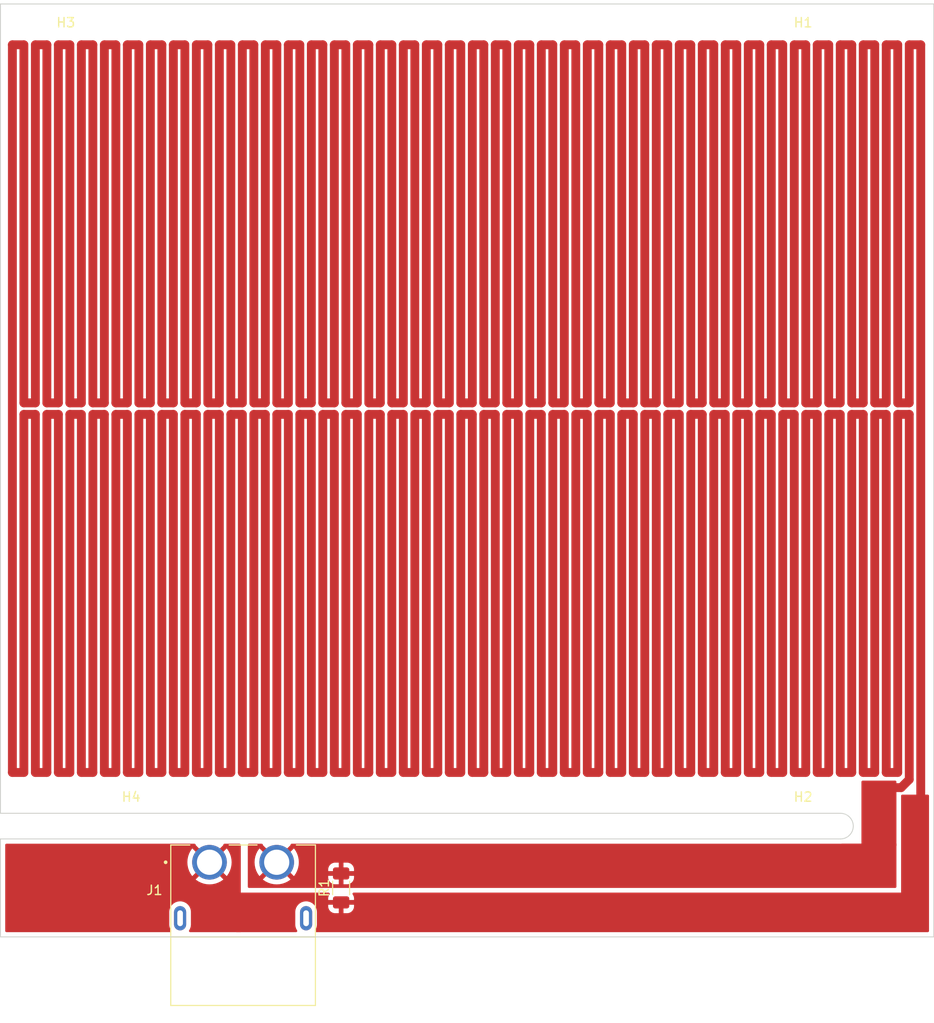
<source format=kicad_pcb>
(kicad_pcb (version 20211014) (generator pcbnew)
  (layers (0 "F.Cu" signal) (31 "B.Cu" signal) (34 "B.Paste" user) (35 "F.Paste" user) (36 "B.SilkS" user "B.Silkscreen") (37 "F.SilkS" user "F.Silkscreen") (38 "B.Mask" user) (39 "F.Mask" user) (44 "Edge.Cuts" user))
  (net 0 "")
  (net 1 "Net-(J1-Pad1)")
  (net 2 "Net-(J1-Pad2)")
  (footprint "connector_custom:AMASS_XT60PW-F" (layer "F.Cu") (at 194.9975 111)
    (fp_text reference "J1" (at -9.4975 3) (layer "F.SilkS"))
    (fp_text value "Conn_01x02_Male")
    (fp_line (start 7.75 -1.85) (end 7.75 15.35) (layer "F.SilkS") (width 0.127))
    (fp_line (start -7.747 8.001) (end 7.747 8.001) (layer "F.SilkS") (width 0.15))
    (fp_line (start 7.75 15.35) (end -7.75 15.35) (layer "F.SilkS") (width 0.127))
    (fp_line (start -7.75 -1.85) (end -5.71 -1.85) (layer "F.SilkS") (width 0.127))
    (fp_line (start -1.49 -1.85) (end 1.49 -1.85) (layer "F.SilkS") (width 0.127))
    (fp_line (start -7.75 15.35) (end -7.75 -1.85) (layer "F.SilkS") (width 0.127))
    (fp_line (start 5.71 -1.85) (end 7.75 -1.85) (layer "F.SilkS") (width 0.127))
    (fp_circle (center -8.3 0) (end -8.2 0) (layer "F.SilkS") (width 0.2) (fill none))
    (pad "1" thru_hole circle (at -3.6 0) (size 3.716 3.716) (drill 2.7) (layers *.Cu *.Mask) (net 1 "Net-(J1-Pad1)"))
    (pad "2" thru_hole circle (at 3.6 0) (size 3.716 3.716) (drill 2.7) (layers *.Cu *.Mask) (net 2 "Net-(J1-Pad2)"))
    (pad "S1" thru_hole oval (at -6.75 6) (size 1.3 2.6) (drill oval 0.6 1.7) (layers *.Cu *.Mask))
    (pad "S2" thru_hole oval (at 6.75 6) (size 1.3 2.6) (drill oval 0.6 1.7) (layers *.Cu *.Mask))
  )
  (footprint "MountingHole:MountingHole_2.2mm_M2_ISO14580" (layer "F.Cu") (at 179.5 20.75)
    (fp_text reference "H3" (at -3.5 0.25) (layer "F.SilkS"))
    (fp_text value "MountingHole")
    (pad "" np_thru_hole circle (at 0 0) (size 2.2 2.2) (drill 2.2) (layers *.Cu *.Mask))
  )
  (footprint "Resistor_SMD:R_1206_3216Metric_Pad1.30x1.75mm_HandSolder" (layer "F.Cu") (at 205.5 113.75 90)
    (fp_text reference "R1" (at 0 -1.82 90) (layer "F.SilkS"))
    (fp_text value "R")
    (fp_line (start -0.727064 0.91) (end 0.727064 0.91) (layer "F.SilkS") (width 0.12))
    (fp_line (start -0.727064 -0.91) (end 0.727064 -0.91) (layer "F.SilkS") (width 0.12))
    (pad "1" smd roundrect (at -1.55 0 90) (size 1.3 1.75) (layers "F.Cu" "F.Paste" "F.Mask") (roundrect_rratio 0.1923076923) (net 1 "Net-(J1-Pad1)"))
    (pad "2" smd roundrect (at 1.55 0 90) (size 1.3 1.75) (layers "F.Cu" "F.Paste" "F.Mask") (roundrect_rratio 0.1923076923) (net 2 "Net-(J1-Pad2)"))
  )
  (footprint "MountingHole:MountingHole_2.2mm_M2_ISO14580" (layer "F.Cu") (at 258.5 20.75)
    (fp_text reference "H1" (at -3.5 0.25) (layer "F.SilkS"))
    (fp_text value "MountingHole")
    (pad "" np_thru_hole circle (at 0 0) (size 2.2 2.2) (drill 2.2) (layers F&B.Cu *.Mask))
  )
  (footprint "MountingHole:MountingHole_2.2mm_M2_ISO14580" (layer "F.Cu") (at 258.5 104)
    (fp_text reference "H2" (at -3.5 0) (layer "F.SilkS"))
    (fp_text value "MountingHole")
    (pad "" np_thru_hole circle (at 0 0) (size 2.2 2.2) (drill 2.2) (layers F&B.Cu *.Mask))
  )
  (footprint "MountingHole:MountingHole_2.2mm_M2_ISO14580" (layer "F.Cu") (at 179.5 104)
    (fp_text reference "H4" (at 3.5 0) (layer "F.SilkS"))
    (fp_text value "MountingHole")
    (pad "" np_thru_hole circle (at 0 0) (size 2.2 2.2) (drill 2.2) (layers *.Cu *.Mask))
  )
  (gr_line (start 169 105.75) (end 259 105.75) (layer "Edge.Cuts") (width 0.1))
  (gr_line (start 169 119) (end 269 119) (layer "Edge.Cuts") (width 0.1))
  (gr_arc (start 259 105.75) (mid 260.375 107.125) (end 259 108.5) (layer "Edge.Cuts") (width 0.1))
  (gr_line (start 169 19) (end 169 105.75) (layer "Edge.Cuts") (width 0.1))
  (gr_line (start 269 19) (end 169 19) (layer "Edge.Cuts") (width 0.1))
  (gr_line (start 269 119) (end 269 19) (layer "Edge.Cuts") (width 0.1))
  (gr_line (start 259 108.5) (end 169 108.5) (layer "Edge.Cuts") (width 0.1))
  (gr_line (start 169 108.5) (end 169 119) (layer "Edge.Cuts") (width 0.1))
  (segment (start 218.325 61.759) (end 218.325 23.375) (width 0.949) (layer "F.Cu") (net 1))
  (segment (start 231.877 23.375) (end 231.877 61.759) (width 0.949) (layer "F.Cu") (net 1))
  (segment (start 225.717 101.375) (end 225.717 62.991) (width 0.949) (layer "F.Cu") (net 1))
  (segment (start 181.365001 62.991) (end 182.597 62.991) (width 0.949) (layer "F.Cu") (net 1))
  (segment (start 219.557 23.375) (end 219.557 61.759) (width 0.949) (layer "F.Cu") (net 1))
  (segment (start 198.613 101.375) (end 198.613 62.991) (width 0.949) (layer "F.Cu") (net 1))
  (segment (start 261.445 61.759) (end 260.213 61.759) (width 0.949) (layer "F.Cu") (net 1))
  (segment (start 223.253 101.375) (end 223.253 62.991) (width 0.949) (layer "F.Cu") (net 1))
  (segment (start 236.805 61.759) (end 235.573 61.759) (width 0.949) (layer "F.Cu") (net 1))
  (segment (start 180.133001 23.375) (end 180.133001 61.759) (width 0.949) (layer "F.Cu") (net 1))
  (segment (start 240.501 101.375) (end 240.501 62.991) (width 0.949) (layer "F.Cu") (net 1))
  (segment (start 194.917001 23.375) (end 194.917001 61.759) (width 0.949) (layer "F.Cu") (net 1))
  (segment (start 209.701 101.375) (end 210.933 101.375) (width 0.949) (layer "F.Cu") (net 1))
  (segment (start 234.341 101.375) (end 235.573 101.375) (width 0.949) (layer "F.Cu") (net 1))
  (segment (start 244.197 101.375) (end 245.429 101.375) (width 0.949) (layer "F.Cu") (net 1))
  (segment (start 220.789 61.759) (end 220.789 23.375) (width 0.949) (layer "F.Cu") (net 1))
  (segment (start 233.109 101.375) (end 233.109 62.991) (width 0.949) (layer "F.Cu") (net 1))
  (segment (start 234.341 62.991) (end 234.341 101.375) (width 0.949) (layer "F.Cu") (net 1))
  (segment (start 229.413 61.759) (end 228.181 61.759) (width 0.949) (layer "F.Cu") (net 1))
  (segment (start 172.741001 101.375) (end 173.973 101.375) (width 0.949) (layer "F.Cu") (net 1))
  (segment (start 177.669001 61.759) (end 176.437001 61.759) (width 0.949) (layer "F.Cu") (net 1))
  (segment (start 263.909 62.991) (end 263.909 101.375) (width 0.949) (layer "F.Cu") (net 1))
  (segment (start 193.685 62.991) (end 194.917 62.991) (width 0.949) (layer "F.Cu") (net 1))
  (segment (start 233.109 61.759) (end 233.109 23.375) (width 0.949) (layer "F.Cu") (net 1))
  (segment (start 192.453001 23.375) (end 192.453001 61.759) (width 0.949) (layer "F.Cu") (net 1))
  (segment (start 202.309 101.375) (end 203.541 101.375) (width 0.949) (layer "F.Cu") (net 1))
  (segment (start 235.573 23.375) (end 234.341 23.375) (width 0.949) (layer "F.Cu") (net 1))
  (segment (start 209.701 61.759) (end 208.469 61.759) (width 0.949) (layer "F.Cu") (net 1))
  (segment (start 209.701 23.375) (end 209.701 61.759) (width 0.949) (layer "F.Cu") (net 1))
  (segment (start 177.669001 101.375) (end 178.901001 101.375) (width 0.949) (layer "F.Cu") (net 1))
  (segment (start 197.381 62.991) (end 197.381 101.375) (width 0.949) (layer "F.Cu") (net 1))
  (segment (start 250.357 101.375) (end 250.357 62.991) (width 0.949) (layer "F.Cu") (net 1))
  (segment (start 173.973001 61.759) (end 173.973001 23.375) (width 0.949) (layer "F.Cu") (net 1))
  (segment (start 255.285 101.375) (end 255.285 62.991) (width 0.949) (layer "F.Cu") (net 1))
  (segment (start 178.901001 61.759) (end 178.901001 23.375) (width 0.949) (layer "F.Cu") (net 1))
  (segment (start 194.917 101.375) (end 196.149 101.375) (width 0.949) (layer "F.Cu") (net 1))
  (segment (start 219.557 101.375) (end 220.789 101.375) (width 0.949) (layer "F.Cu") (net 1))
  (segment (start 239.269 23.375) (end 239.269 61.759) (width 0.949) (layer "F.Cu") (net 1))
  (segment (start 251.589 62.991) (end 251.589 101.375) (width 0.949) (layer "F.Cu") (net 1))
  (segment (start 249.125 62.991) (end 249.125 101.375) (width 0.949) (layer "F.Cu") (net 1))
  (segment (start 223.253 62.991) (end 224.485 62.991) (width 0.949) (layer "F.Cu") (net 1))
  (segment (start 236.805 23.375) (end 236.805 61.759) (width 0.949) (layer "F.Cu") (net 1))
  (segment (start 193.685001 23.375) (end 192.453001 23.375) (width 0.949) (layer "F.Cu") (net 1))
  (segment (start 218.325 62.991) (end 219.557 62.991) (width 0.949) (layer "F.Cu") (net 1))
  (segment (start 192.453 62.991) (end 192.453 101.375) (width 0.949) (layer "F.Cu") (net 1))
  (segment (start 219.557 62.991) (end 219.557 101.375) (width 0.949) (layer "F.Cu") (net 1))
  (segment (start 187.525001 23.375) (end 187.525001 61.759) (width 0.949) (layer "F.Cu") (net 1))
  (segment (start 182.597 101.375) (end 183.829 101.375) (width 0.949) (layer "F.Cu") (net 1))
  (segment (start 236.805 62.991) (end 236.805 101.375) (width 0.949) (layer "F.Cu") (net 1))
  (segment (start 207.237 62.991) (end 207.237 101.375) (width 0.949) (layer "F.Cu") (net 1))
  (segment (start 203.541 61.759) (end 203.541 23.375) (width 0.949) (layer "F.Cu") (net 1))
  (segment (start 265.141 62.991) (end 266.373 62.991) (width 0.949) (layer "F.Cu") (net 1))
  (segment (start 187.525 62.991) (end 187.525 101.375) (width 0.949) (layer "F.Cu") (net 1))
  (segment (start 257.749 23.375) (end 256.517 23.375) (width 0.949) (layer "F.Cu") (net 1))
  (segment (start 212.165 61.759) (end 210.933 61.759) (width 0.949) (layer "F.Cu") (net 1))
  (segment (start 201.077 61.759) (end 201.077 23.375) (width 0.949) (layer "F.Cu") (net 1))
  (segment (start 199.845 101.375) (end 201.077 101.375) (width 0.949) (layer "F.Cu") (net 1))
  (segment (start 189.989 101.375) (end 191.221 101.375) (width 0.949) (layer "F.Cu") (net 1))
  (segment (start 180.133001 61.759) (end 178.901001 61.759) (width 0.949) (layer "F.Cu") (net 1))
  (segment (start 208.469 62.991) (end 209.701 62.991) (width 0.949) (layer "F.Cu") (net 1))
  (segment (start 212.165 62.991) (end 212.165 101.375) (width 0.949) (layer "F.Cu") (net 1))
  (segment (start 176.437001 23.375) (end 175.205001 23.375) (width 0.949) (layer "F.Cu") (net 1))
  (segment (start 263.909 101.375) (end 265.141 101.375) (width 0.949) (layer "F.Cu") (net 1))
  (segment (start 228.181 62.991) (end 229.413 62.991) (width 0.949) (layer "F.Cu") (net 1))
  (segment (start 191.221 62.991) (end 192.453 62.991) (width 0.949) (layer "F.Cu") (net 1))
  (segment (start 188.757 62.991) (end 189.989 62.991) (width 0.949) (layer "F.Cu") (net 1))
  (segment (start 187.525001 61.759) (end 186.293001 61.759) (width 0.949) (layer "F.Cu") (net 1))
  (segment (start 265.141 61.759) (end 265.141 23.375) (width 0.949) (layer "F.Cu") (net 1))
  (segment (start 176.437001 62.991) (end 177.669001 62.991) (width 0.949) (layer "F.Cu") (net 1))
  (segment (start 238.037 23.375) (end 236.805 23.375) (width 0.949) (layer "F.Cu") (net 1))
  (segment (start 246.661 23.375) (end 246.661 61.759) (width 0.949) (layer "F.Cu") (net 1))
  (segment (start 247.893 101.375) (end 247.893 62.991) (width 0.949) (layer "F.Cu") (net 1))
  (segment (start 172.741001 61.759) (end 171.509001 61.759) (width 0.949) (layer "F.Cu") (net 1))
  (segment (start 189.989001 61.759) (end 188.757001 61.759) (width 0.949) (layer "F.Cu") (net 1))
  (segment (start 258.981 101.375) (end 260.213 101.375) (width 0.949) (layer "F.Cu") (net 1))
  (segment (start 249.125 61.759) (end 247.893 61.759) (width 0.949) (layer "F.Cu") (net 1))
  (segment (start 224.485 62.991) (end 224.485 101.375) (width 0.949) (layer "F.Cu") (net 1))
  (segment (start 203.541 62.991) (end 204.773 62.991) (width 0.949) (layer "F.Cu") (net 1))
  (segment (start 260.213 61.759) (end 260.213 23.375) (width 0.949) (layer "F.Cu") (net 1))
  (segment (start 170.277001 23.375) (end 170.277001 101.375) (width 0.949) (layer "F.Cu") (net 1))
  (segment (start 215.861 101.375) (end 215.861 62.991) (width 0.949) (layer "F.Cu") (net 1))
  (segment (start 235.573 101.375) (end 235.573 62.991) (width 0.949) (layer "F.Cu") (net 1))
  (segment (start 256.517 62.991) (end 256.517 101.375) (width 0.949) (layer "F.Cu") (net 1))
  (segment (start 173.973001 23.375) (end 172.741001 23.375) (width 0.949) (layer "F.Cu") (net 1))
  (segment (start 176.437001 61.759) (end 176.437001 23.375) (width 0.949) (layer "F.Cu") (net 1))
  (segment (start 217.093 62.991) (end 217.093 101.375) (width 0.949) (layer "F.Cu") (net 1))
  (segment (start 245.429 61.759) (end 245.429 23.375) (width 0.949) (layer "F.Cu") (net 1))
  (segment (start 222.021 62.991) (end 222.021 101.375) (width 0.949) (layer "F.Cu") (net 1))
  (segment (start 223.253 23.375) (end 222.021 23.375) (width 0.949) (layer "F.Cu") (net 1))
  (segment (start 230.645 101.375) (end 230.645 62.991) (width 0.949) (layer "F.Cu") (net 1))
  (segment (start 251.589 23.375) (end 251.589 61.759) (width 0.949) (layer "F.Cu") (net 1))
  (segment (start 181.365001 61.759) (end 181.365001 23.375) (width 0.949) (layer "F.Cu") (net 1))
  (segment (start 188.757001 23.375) (end 187.525001 23.375) (width 0.949) (layer "F.Cu") (net 1))
  (segment (start 207.237 101.375) (end 208.469 101.375) (width 0.949) (layer "F.Cu") (net 1))
  (segment (start 226.949 101.375) (end 228.181 101.375) (width 0.949) (layer "F.Cu") (net 1))
  (segment (start 228.181 61.759) (end 228.181 23.375) (width 0.949) (layer "F.Cu") (net 1))
  (segment (start 256.517 101.375) (end 257.749 101.375) (width 0.949) (layer "F.Cu") (net 1))
  (segment (start 235.573 61.759) (end 235.573 23.375) (width 0.949) (layer "F.Cu") (net 1))
  (segment (start 171.509001 62.991) (end 172.741001 62.991) (width 0.949) (layer "F.Cu") (net 1))
  (segment (start 252.821 101.375) (end 252.821 62.991) (width 0.949) (layer "F.Cu") (net 1))
  (segment (start 206.005 62.991) (end 207.237 62.991) (width 0.949) (layer "F.Cu") (net 1))
  (segment (start 249.125 101.375) (end 250.357 101.375) (width 0.949) (layer "F.Cu") (net 1))
  (segment (start 215.861 62.991) (end 217.093 62.991) (width 0.949) (layer "F.Cu") (net 1))
  (segment (start 177.669001 62.991) (end 177.669001 101.375) (width 0.949) (layer "F.Cu") (net 1))
  (segment (start 214.629 101.375) (end 215.861 101.375) (width 0.949) (layer "F.Cu") (net 1))
  (segment (start 204.773 101.375) (end 206.005 101.375) (width 0.949) (layer "F.Cu") (net 1))
  (segment (start 191.221 101.375) (end 191.221 62.991) (width 0.949) (layer "F.Cu") (net 1))
  (segment (start 236.805 101.375) (end 238.037 101.375) (width 0.949) (layer "F.Cu") (net 1))
  (segment (start 252.821 23.375) (end 251.589 23.375) (width 0.949) (layer "F.Cu") (net 1))
  (segment (start 214.629 23.375) (end 214.629 61.759) (width 0.949) (layer "F.Cu") (net 1))
  (segment (start 172.741001 62.991) (end 172.741001 101.375) (width 0.949) (layer "F.Cu") (net 1))
  (segment (start 255.285 61.759) (end 255.285 23.375) (width 0.949) (layer "F.Cu") (net 1))
  (segment (start 240.501 61.759) (end 240.501 23.375) (width 0.949) (layer "F.Cu") (net 1))
  (segment (start 265.141 23.375) (end 263.909 23.375) (width 0.949) (layer "F.Cu") (net 1))
  (segment (start 214.629 62.991) (end 214.629 101.375) (width 0.949) (layer "F.Cu") (net 1))
  (segment (start 233.109 62.991) (end 234.341 62.991) (width 0.949) (layer "F.Cu") (net 1))
  (segment (start 220.789 23.375) (end 219.557 23.375) (width 0.949) (layer "F.Cu") (net 1))
  (segment (start 257.749 61.759) (end 257.749 23.375) (width 0.949) (layer "F.Cu") (net 1))
  (segment (start 242.965 101.375) (end 242.965 62.991) (width 0.949) (layer "F.Cu") (net 1))
  (segment (start 245.429 23.375) (end 244.197 23.375) (width 0.949) (layer "F.Cu") (net 1))
  (segment (start 206.005 23.375) (end 204.773 23.375) (width 0.949) (layer "F.Cu") (net 1))
  (segment (start 240.501 62.991) (end 241.733 62.991) (width 0.949) (layer "F.Cu") (net 1))
  (segment (start 241.733 101.375) (end 242.965 101.375) (width 0.949) (layer "F.Cu") (net 1))
  (segment (start 194.917 62.991) (end 194.917 101.375) (width 0.949) (layer "F.Cu") (net 1))
  (segment (start 196.149 101.375) (end 196.149 62.991) (width 0.949) (layer "F.Cu") (net 1))
  (segment (start 187.525 101.375) (end 188.757 101.375) (width 0.949) (layer "F.Cu") (net 1))
  (segment (start 182.597001 61.759) (end 181.365001 61.759) (width 0.949) (layer "F.Cu") (net 1))
  (segment (start 202.309 23.375) (end 202.309 61.759) (width 0.949) (layer "F.Cu") (net 1))
  (segment (start 228.181 101.375) (end 228.181 62.991) (width 0.949) (layer "F.Cu") (net 1))
  (segment (start 258.981 61.759) (end 257.749 61.759) (width 0.949) (layer "F.Cu") (net 1))
  (segment (start 225.717 62.991) (end 226.949 62.991) (width 0.949) (layer "F.Cu") (net 1))
  (segment (start 245.429 62.991) (end 246.661 62.991) (width 0.949) (layer "F.Cu") (net 1))
  (segment (start 188.757 101.375) (end 188.757 62.991) (width 0.949) (layer "F.Cu") (net 1))
  (segment (start 239.269 61.759) (end 238.037 61.759) (width 0.949) (layer "F.Cu") (net 1))
  (segment (start 257.749 62.991) (end 258.981 62.991) (width 0.949) (layer "F.Cu") (net 1))
  (segment (start 263.909 61.759) (end 262.677 61.759) (width 0.949) (layer "F.Cu") (net 1))
  (segment (start 262.677 23.375) (end 261.445 23.375) (width 0.949) (layer "F.Cu") (net 1))
  (segment (start 229.413 62.991) (end 229.413 101.375) (width 0.949) (layer "F.Cu") (net 1))
  (segment (start 210.933 101.375) (end 210.933 62.991) (width 0.949) (layer "F.Cu") (net 1))
  (segment (start 208.469 61.759) (end 208.469 23.375) (width 0.949) (layer "F.Cu") (net 1))
  (segment (start 186.293001 61.759) (end 186.293001 23.375) (width 0.949) (layer "F.Cu") (net 1))
  (segment (start 239.269 101.375) (end 240.501 101.375) (width 0.949) (layer "F.Cu") (net 1))
  (segment (start 199.845 62.991) (end 199.845 101.375) (width 0.949) (layer "F.Cu") (net 1))
  (segment (start 177.669001 23.375) (end 177.669001 61.759) (width 0.949) (layer "F.Cu") (net 1))
  (segment (start 250.357 62.991) (end 251.589 62.991) (width 0.949) (layer "F.Cu") (net 1))
  (segment (start 217.093 101.375) (end 218.325 101.375) (width 0.949) (layer "F.Cu") (net 1))
  (segment (start 207.237 61.759) (end 206.005 61.759) (width 0.949) (layer "F.Cu") (net 1))
  (segment (start 189.989 62.991) (end 189.989 101.375) (width 0.949) (layer "F.Cu") (net 1))
  (segment (start 202.309 62.991) (end 202.309 101.375) (width 0.949) (layer "F.Cu") (net 1))
  (segment (start 230.645 62.991) (end 231.877 62.991) (width 0.949) (layer "F.Cu") (net 1))
  (segment (start 256.517 61.759) (end 255.285 61.759) (width 0.949) (layer "F.Cu") (net 1))
  (segment (start 223.253 61.759) (end 223.253 23.375) (width 0.949) (layer "F.Cu") (net 1))
  (segment (start 218.325 23.375) (end 217.093 23.375) (width 0.949) (layer "F.Cu") (net 1))
  (segment (start 241.733 62.991) (end 241.733 101.375) (width 0.949) (layer "F.Cu") (net 1))
  (segment (start 172.741001 23.375) (end 172.741001 61.759) (width 0.949) (layer "F.Cu") (net 1))
  (segment (start 230.645 61.759) (end 230.645 23.375) (width 0.949) (layer "F.Cu") (net 1))
  (segment (start 261.445 101.375) (end 262.677 101.375) (width 0.949) (layer "F.Cu") (net 1))
  (segment (start 266.373 61.759) (end 265.141 61.759) (width 0.949) (layer "F.Cu") (net 1))
  (segment (start 233.109 23.375) (end 231.877 23.375) (width 0.949) (layer "F.Cu") (net 1))
  (segment (start 219.557 61.759) (end 218.325 61.759) (width 0.949) (layer "F.Cu") (net 1))
  (segment (start 203.541 101.375) (end 203.541 62.991) (width 0.949) (layer "F.Cu") (net 1))
  (segment (start 203.541 23.375) (end 202.309 23.375) (width 0.949) (layer "F.Cu") (net 1))
  (segment (start 183.829001 61.759) (end 183.829001 23.375) (width 0.949) (layer "F.Cu") (net 1))
  (segment (start 208.469 23.375) (end 207.237 23.375) (width 0.949) (layer "F.Cu") (net 1))
  (segment (start 229.413 23.375) (end 229.413 61.759) (width 0.949) (layer "F.Cu") (net 1))
  (segment (start 214.629 61.759) (end 213.397 61.759) (width 0.949) (layer "F.Cu") (net 1))
  (segment (start 260.213 101.375) (end 260.213 62.991) (width 0.949) (layer "F.Cu") (net 1))
  (segment (start 186.293 101.375) (end 186.293 62.991) (width 0.949) (layer "F.Cu") (net 1))
  (segment (start 258.981 62.991) (end 258.981 101.375) (width 0.949) (layer "F.Cu") (net 1))
  (segment (start 220.789 101.375) (end 220.789 62.991) (width 0.949) (layer "F.Cu") (net 1))
  (segment (start 254.053 61.759) (end 252.821 61.759) (width 0.949) (layer "F.Cu") (net 1))
  (segment (start 204.773 62.991) (end 204.773 101.375) (width 0.949) (layer "F.Cu") (net 1))
  (segment (start 171.509001 101.375) (end 171.509001 62.991) (width 0.949) (layer "F.Cu") (net 1))
  (segment (start 173.973 62.991) (end 175.205001 62.991) (width 0.949) (layer "F.Cu") (net 1))
  (segment (start 267.605 104.395) (end 267.605 23.375) (width 0.949) (layer "F.Cu") (net 1))
  (segment (start 244.197 62.991) (end 244.197 101.375) (width 0.949) (layer "F.Cu") (net 1))
  (segment (start 192.453 101.375) (end 193.685 101.375) (width 0.949) (layer "F.Cu") (net 1))
  (segment (start 240.501 23.375) (end 239.269 23.375) (width 0.949) (layer "F.Cu") (net 1))
  (segment (start 201.077 101.375) (end 201.077 62.991) (width 0.949) (layer "F.Cu") (net 1))
  (segment (start 246.661 61.759) (end 245.429 61.759) (width 0.949) (layer "F.Cu") (net 1))
  (segment (start 182.597 62.991) (end 182.597 101.375) (width 0.949) (layer "F.Cu") (net 1))
  (segment (start 262.677 61.759) (end 262.677 23.375) (width 0.949) (layer "F.Cu") (net 1))
  (segment (start 185.061 101.375) (end 186.293 101.375) (width 0.949) (layer "F.Cu") (net 1))
  (segment (start 222.021 23.375) (end 222.021 61.759) (width 0.949) (layer "F.Cu") (net 1))
  (segment (start 267.605 23.375) (end 266.373 23.375) (width 0.949) (layer "F.Cu") (net 1))
  (segment (start 229.413 101.375) (end 230.645 101.375) (width 0.949) (layer "F.Cu") (net 1))
  (segment (start 217.093 23.375) (end 217.093 61.759) (width 0.949) (layer "F.Cu") (net 1))
  (segment (start 175.205001 101.375) (end 176.437001 101.375) (width 0.949) (layer "F.Cu") (net 1))
  (segment (start 202.309 61.759) (end 201.077 61.759) (width 0.949) (layer "F.Cu") (net 1))
  (segment (start 173.973 101.375) (end 173.973 62.991) (width 0.949) (layer "F.Cu") (net 1))
  (segment (start 262.677 62.991) (end 263.909 62.991) (width 0.949) (layer "F.Cu") (net 1))
  (segment (start 251.589 101.375) (end 252.821 101.375) (width 0.949) (layer "F.Cu") (net 1))
  (segment (start 234.341 23.375) (end 234.341 61.759) (width 0.949) (layer "F.Cu") (net 1))
  (segment (start 181.365001 23.375) (end 180.133001 23.375) (width 0.949) (layer "F.Cu") (net 1))
  (segment (start 238.037 101.375) (end 238.037 62.991) (width 0.949) (layer "F.Cu") (net 1))
  (segment (start 183.829 62.991) (end 185.061 62.991) (width 0.949) (layer "F.Cu") (net 1))
  (segment (start 260.213 23.375) (end 258.981 23.375) (width 0.949) (layer "F.Cu") (net 1))
  (segment (start 180.133001 101.375) (end 181.365001 101.375) (width 0.949) (layer "F.Cu") (net 1))
  (segment (start 242.965 61.759) (end 242.965 23.375) (width 0.949) (layer "F.Cu") (net 1))
  (segment (start 198.613 62.991) (end 199.845 62.991) (width 0.949) (layer "F.Cu") (net 1))
  (segment (start 255.285 62.991) (end 256.517 62.991) (width 0.949) (layer "F.Cu") (net 1))
  (segment (start 171.509001 61.759) (end 171.509001 23.375) (width 0.949) (layer "F.Cu") (net 1))
  (segment (start 224.485 23.375) (end 224.485 61.759) (width 0.949) (layer "F.Cu") (net 1))
  (segment (start 210.933 23.375) (end 209.701 23.375) (width 0.949) (layer "F.Cu") (net 1))
  (segment (start 175.205001 23.375) (end 175.205001 61.759) (width 0.949) (layer "F.Cu") (net 1))
  (segment (start 266.373 102.127) (end 265.5 103) (width 0.949) (layer "F.Cu") (net 1))
  (segment (start 212.165 101.375) (end 213.397 101.375) (width 0.949) (layer "F.Cu") (net 1))
  (segment (start 198.613001 61.759) (end 198.613001 23.375) (width 0.949) (layer "F.Cu") (net 1))
  (segment (start 258.981 23.375) (end 258.981 61.759) (width 0.949) (layer "F.Cu") (net 1))
  (segment (start 245.429 101.375) (end 245.429 62.991) (width 0.949) (layer "F.Cu") (net 1))
  (segment (start 247.893 62.991) (end 249.125 62.991) (width 0.949) (layer "F.Cu") (net 1))
  (segment (start 199.845 23.375) (end 199.845 61.759) (width 0.949) (layer "F.Cu") (net 1))
  (segment (start 201.077 62.991) (end 202.309 62.991) (width 0.949) (layer "F.Cu") (net 1))
  (segment (start 180.133001 62.991) (end 180.133001 101.375) (width 0.949) (layer "F.Cu") (net 1))
  (segment (start 262.677 101.375) (end 262.677 62.991) (width 0.949) (layer "F.Cu") (net 1))
  (segment (start 175.205001 61.759) (end 173.973001 61.759) (width 0.949) (layer "F.Cu") (net 1))
  (segment (start 213.397 101.375) (end 213.397 62.991) (width 0.949) (layer "F.Cu") (net 1))
  (segment (start 231.877 101.375) (end 233.109 101.375) (width 0.949) (layer "F.Cu") (net 1))
  (segment (start 246.661 62.991) (end 246.661 101.375) (width 0.949) (layer "F.Cu") (net 1))
  (segment (start 207.237 23.375) (end 207.237 61.759) (width 0.949) (layer "F.Cu") (net 1))
  (segment (start 257.749 101.375) (end 257.749 62.991) (width 0.949) (layer "F.Cu") (net 1))
  (segment (start 247.893 23.375) (end 246.661 23.375) (width 0.949) (layer "F.Cu") (net 1))
  (segment (start 196.149 62.991) (end 197.381 62.991) (width 0.949) (layer "F.Cu") (net 1))
  (segment (start 244.197 23.375) (end 244.197 61.759) (width 0.949) (layer "F.Cu") (net 1))
  (segment (start 222.021 61.759) (end 220.789 61.759) (width 0.949) (layer "F.Cu") (net 1))
  (segment (start 197.381 101.375) (end 198.613 101.375) (width 0.949) (layer "F.Cu") (net 1))
  (segment (start 185.061001 61.759) (end 183.829001 61.759) (width 0.949) (layer "F.Cu") (net 1))
  (segment (start 226.949 62.991) (end 226.949 101.375) (width 0.949) (layer "F.Cu") (net 1))
  (segment (start 189.989001 23.375) (end 189.989001 61.759) (width 0.949) (layer "F.Cu") (net 1))
  (segment (start 192.453001 61.759) (end 191.221001 61.759) (width 0.949) (layer "F.Cu") (net 1))
  (segment (start 197.381001 23.375) (end 197.381001 61.759) (width 0.949) (layer "F.Cu") (net 1))
  (segment (start 199.845 61.759) (end 198.613001 61.759) (width 0.949) (layer "F.Cu") (net 1))
  (segment (start 254.053 23.375) (end 254.053 61.759) (width 0.949) (layer "F.Cu") (net 1))
  (segment (start 260.213 62.991) (end 261.445 62.991) (width 0.949) (layer "F.Cu") (net 1))
  (segment (start 226.949 61.759) (end 225.717 61.759) (width 0.949) (layer "F.Cu") (net 1))
  (segment (start 242.965 62.991) (end 244.197 62.991) (width 0.949) (layer "F.Cu") (net 1))
  (segment (start 247.893 61.759) (end 247.893 23.375) (width 0.949) (layer "F.Cu") (net 1))
  (segment (start 178.901001 23.375) (end 177.669001 23.375) (width 0.949) (layer "F.Cu") (net 1))
  (segment (start 213.397 23.375) (end 212.165 23.375) (width 0.949) (layer "F.Cu") (net 1))
  (segment (start 217.093 61.759) (end 215.861 61.759) (width 0.949) (layer "F.Cu") (net 1))
  (segment (start 254.053 62.991) (end 254.053 101.375) (width 0.949) (layer "F.Cu") (net 1))
  (segment (start 194.917001 61.759) (end 193.685001 61.759) (width 0.949) (layer "F.Cu") (net 1))
  (segment (start 241.733 23.375) (end 241.733 61.759) (width 0.949) (layer "F.Cu") (net 1))
  (segment (start 191.221001 61.759) (end 191.221001 23.375) (width 0.949) (layer "F.Cu") (net 1))
  (segment (start 265.5 103) (end 264 103) (width 0.949) (layer "F.Cu") (net 1))
  (segment (start 244.197 61.759) (end 242.965 61.759) (width 0.949) (layer "F.Cu") (net 1))
  (segment (start 220.789 62.991) (end 222.021 62.991) (width 0.949) (layer "F.Cu") (net 1))
  (segment (start 228.181 23.375) (end 226.949 23.375) (width 0.949) (layer "F.Cu") (net 1))
  (segment (start 252.821 62.991) (end 254.053 62.991) (width 0.949) (layer "F.Cu") (net 1))
  (segment (start 250.357 61.759) (end 250.357 23.375) (width 0.949) (layer "F.Cu") (net 1))
  (segment (start 252.821 61.759) (end 252.821 23.375) (width 0.949) (layer "F.Cu") (net 1))
  (segment (start 183.829 101.375) (end 183.829 62.991) (width 0.949) (layer "F.Cu") (net 1))
  (segment (start 198.613001 23.375) (end 197.381001 23.375) (width 0.949) (layer "F.Cu") (net 1))
  (segment (start 256.517 23.375) (end 256.517 61.759) (width 0.949) (layer "F.Cu") (net 1))
  (segment (start 225.717 23.375) (end 224.485 23.375) (width 0.949) (layer "F.Cu") (net 1))
  (segment (start 206.005 61.759) (end 206.005 23.375) (width 0.949) (layer "F.Cu") (net 1))
  (segment (start 254.053 101.375) (end 255.285 101.375) (width 0.949) (layer "F.Cu") (net 1))
  (segment (start 176.437001 101.375) (end 176.437001 62.991) (width 0.949) (layer "F.Cu") (net 1))
  (segment (start 170.277001 101.375) (end 171.509001 101.375) (width 0.949) (layer "F.Cu") (net 1))
  (segment (start 231.877 62.991) (end 231.877 101.375) (width 0.949) (layer "F.Cu") (net 1))
  (segment (start 234.341 61.759) (end 233.109 61.759) (width 0.949) (layer "F.Cu") (net 1))
  (segment (start 178.901001 101.375) (end 178.901001 62.991) (width 0.949) (layer "F.Cu") (net 1))
  (segment (start 175.205001 62.991) (end 175.205001 101.375) (width 0.949) (layer "F.Cu") (net 1))
  (segment (start 209.701 62.991) (end 209.701 101.375) (width 0.949) (layer "F.Cu") (net 1))
  (segment (start 210.933 62.991) (end 212.165 62.991) (width 0.949) (layer "F.Cu") (net 1))
  (segment (start 183.829001 23.375) (end 182.597001 23.375) (width 0.949) (layer "F.Cu") (net 1))
  (segment (start 210.933 61.759) (end 210.933 23.375) (width 0.949) (layer "F.Cu") (net 1))
  (segment (start 222.021 101.375) (end 223.253 101.375) (width 0.949) (layer "F.Cu") (net 1))
  (segment (start 181.365001 101.375) (end 181.365001 62.991) (width 0.949) (layer "F.Cu") (net 1))
  (segment (start 265.141 101.375) (end 265.141 62.991) (width 0.949) (layer "F.Cu") (net 1))
  (segment (start 185.061001 23.375) (end 185.061001 61.759) (width 0.949) (layer "F.Cu") (net 1))
  (segment (start 186.293 62.991) (end 187.525 62.991) (width 0.949) (layer "F.Cu") (net 1))
  (segment (start 204.773 23.375) (end 204.773 61.759) (width 0.949) (layer "F.Cu") (net 1))
  (segment (start 186.293001 23.375) (end 185.061001 23.375) (width 0.949) (layer "F.Cu") (net 1))
  (segment (start 266.373 23.375) (end 266.373 61.759) (width 0.949) (layer "F.Cu") (net 1))
  (segment (start 193.685 101.375) (end 193.685 62.991) (width 0.949) (layer "F.Cu") (net 1))
  (segment (start 241.733 61.759) (end 240.501 61.759) (width 0.949) (layer "F.Cu") (net 1))
  (segment (start 213.397 62.991) (end 214.629 62.991) (width 0.949) (layer "F.Cu") (net 1))
  (segment (start 224.485 61.759) (end 223.253 61.759) (width 0.949) (layer "F.Cu") (net 1))
  (segment (start 263.909 23.375) (end 263.909 61.759) (width 0.949) (layer "F.Cu") (net 1))
  (segment (start 226.949 23.375) (end 226.949 61.759) (width 0.949) (layer "F.Cu") (net 1))
  (segment (start 178.901001 62.991) (end 180.133001 62.991) (width 0.949) (layer "F.Cu") (net 1))
  (segment (start 201.077 23.375) (end 199.845 23.375) (width 0.949) (layer "F.Cu") (net 1))
  (segment (start 250.357 23.375) (end 249.125 23.375) (width 0.949) (layer "F.Cu") (net 1))
  (segment (start 197.381001 61.759) (end 196.149001 61.759) (width 0.949) (layer "F.Cu") (net 1))
  (segment (start 230.645 23.375) (end 229.413 23.375) (width 0.949) (layer "F.Cu") (net 1))
  (segment (start 218.325 101.375) (end 218.325 62.991) (width 0.949) (layer "F.Cu") (net 1))
  (segment (start 255.285 23.375) (end 254.053 23.375) (width 0.949) (layer "F.Cu") (net 1))
  (segment (start 231.877 61.759) (end 230.645 61.759) (width 0.949) (layer "F.Cu") (net 1))
  (segment (start 242.965 23.375) (end 241.733 23.375) (width 0.949) (layer "F.Cu") (net 1))
  (segment (start 193.685001 61.759) (end 193.685001 23.375) (width 0.949) (layer "F.Cu") (net 1))
  (segment (start 239.269 62.991) (end 239.269 101.375) (width 0.949) (layer "F.Cu") (net 1))
  (segment (start 235.573 62.991) (end 236.805 62.991) (width 0.949) (layer "F.Cu") (net 1))
  (segment (start 196.149001 23.375) (end 194.917001 23.375) (width 0.949) (layer "F.Cu") (net 1))
  (segment (start 212.165 23.375) (end 212.165 61.759) (width 0.949) (layer "F.Cu") (net 1))
  (segment (start 196.149001 61.759) (end 196.149001 23.375) (width 0.949) (layer "F.Cu") (net 1))
  (segment (start 191.221001 23.375) (end 189.989001 23.375) (width 0.949) (layer "F.Cu") (net 1))
  (segment (start 251.589 61.759) (end 250.357 61.759) (width 0.949) (layer "F.Cu") (net 1))
  (segment (start 215.861 23.375) (end 214.629 23.375) (width 0.949) (layer "F.Cu") (net 1))
  (segment (start 204.773 61.759) (end 203.541 61.759) (width 0.949) (layer "F.Cu") (net 1))
  (segment (start 249.125 23.375) (end 249.125 61.759) (width 0.949) (layer "F.Cu") (net 1))
  (segment (start 225.717 61.759) (end 225.717 23.375) (width 0.949) (layer "F.Cu") (net 1))
  (segment (start 261.445 62.991) (end 261.445 101.375) (width 0.949) (layer "F.Cu") (net 1))
  (segment (start 266.373 62.991) (end 266.373 102.127) (width 0.949) (layer "F.Cu") (net 1))
  (segment (start 206.005 101.375) (end 206.005 62.991) (width 0.949) (layer "F.Cu") (net 1))
  (segment (start 213.397 61.759) (end 213.397 23.375) (width 0.949) (layer "F.Cu") (net 1))
  (segment (start 238.037 62.991) (end 239.269 62.991) (width 0.949) (layer "F.Cu") (net 1))
  (segment (start 215.861 61.759) (end 215.861 23.375) (width 0.949) (layer "F.Cu") (net 1))
  (segment (start 182.597001 23.375) (end 182.597001 61.759) (width 0.949) (layer "F.Cu") (net 1))
  (segment (start 246.661 101.375) (end 247.893 101.375) (width 0.949) (layer "F.Cu") (net 1))
  (segment (start 224.485 101.375) (end 225.717 101.375) (width 0.949) (layer "F.Cu") (net 1))
  (segment (start 185.061 62.991) (end 185.061 101.375) (width 0.949) (layer "F.Cu") (net 1))
  (segment (start 208.469 101.375) (end 208.469 62.991) (width 0.949) (layer "F.Cu") (net 1))
  (segment (start 238.037 61.759) (end 238.037 23.375) (width 0.949) (layer "F.Cu") (net 1))
  (segment (start 171.509001 23.375) (end 170.277001 23.375) (width 0.949) (layer "F.Cu") (net 1))
  (segment (start 188.757001 61.759) (end 188.757001 23.375) (width 0.949) (layer "F.Cu") (net 1))
  (segment (start 261.445 23.375) (end 261.445 61.759) (width 0.949) (layer "F.Cu") (net 1))
  (zone (net 2) (net_name "Net-(J1-Pad2)") (layer "F.Cu") (connect_pads (clearance 0.2)) (min_thickness 0.254) (fill yes (thermal_gap 0.508) (thermal_bridge_width 0.508))
    (polygon (pts (xy 265 109.25) (xy 261.25 109.25) (xy 261.25 102.25) (xy 265 102.25)))
  )
  (zone (net 2) (net_name "Net-(J1-Pad2)") (layer "F.Cu") (connect_pads (clearance 0.508)) (min_thickness 0.254) (fill yes (thermal_gap 0.508) (thermal_bridge_width 0.508))
    (polygon (pts (xy 265 113.75) (xy 195.5 113.75) (xy 195.5 109) (xy 265 109)))
  )
  (zone (net 1) (net_name "Net-(J1-Pad1)") (layer "F.Cu") (connect_pads (clearance 0.508)) (min_thickness 0.254) (fill yes (thermal_gap 0.508) (thermal_bridge_width 0.508))
    (polygon (pts (xy 194.75 118.5) (xy 169.5 118.5) (xy 169.5 109) (xy 194.75 109)))
  )
  (zone (net 1) (net_name "Net-(J1-Pad1)") (layer "F.Cu") (connect_pads (clearance 0.508)) (min_thickness 0.254) (fill yes (thermal_gap 0.508) (thermal_bridge_width 0.508))
    (polygon (pts (xy 268.5 118.5) (xy 194.260002 118.501176) (xy 194.250002 114.251176) (xy 265.5 114.25) (xy 265.5 103.75) (xy 268.5 103.75)))
  )
)
</source>
